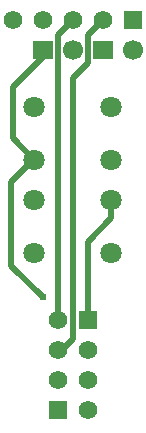
<source format=gbl>
G04 Layer: BottomLayer*
G04 EasyEDA v6.5.39, 2024-01-09 17:58:11*
G04 513add75e8284d268c780af8c863d2b6,7c1e8d740ba24e6f83eb2d53d3341807,10*
G04 Gerber Generator version 0.2*
G04 Scale: 100 percent, Rotated: No, Reflected: No *
G04 Dimensions in millimeters *
G04 leading zeros omitted , absolute positions ,4 integer and 5 decimal *
%FSLAX45Y45*%
%MOMM*%

%AMMACRO1*21,1,$1,$2,0,0,$3*%
%ADD10C,0.5000*%
%ADD11MACRO1,1.5748X1.5748X90.0000*%
%ADD12C,1.5748*%
%ADD13MACRO1,1.5748X1.5748X-90.0000*%
%ADD14R,1.5748X1.5748*%
%ADD15R,1.7000X1.5748*%
%ADD16C,1.7000*%
%ADD17C,1.8000*%
%ADD18C,0.6200*%

%LPD*%
D10*
X0Y1663700D02*
G01*
X-127000Y1536700D01*
X-127000Y-876300D01*
X-254000Y-685800D02*
G01*
X-520700Y-419100D01*
X-520700Y292100D01*
X-339293Y473506D01*
X-324993Y473506D01*
X-324993Y473506D02*
G01*
X-508000Y656513D01*
X-508000Y1092200D01*
X-254000Y1346200D01*
X-254000Y1409700D01*
X254000Y1663700D02*
G01*
X127000Y1536700D01*
X127000Y1295400D01*
X0Y1168400D01*
X0Y-1041400D01*
X-88900Y-1130300D01*
X-127000Y-1130300D01*
X324865Y136144D02*
G01*
X324865Y-18034D01*
X127000Y-215900D01*
X127000Y-876300D01*
D11*
G01*
X-127000Y-1638300D03*
D12*
G01*
X-127000Y-1384300D03*
G01*
X-127000Y-1130300D03*
G01*
X-127000Y-876300D03*
D13*
G01*
X127000Y-876300D03*
D12*
G01*
X127000Y-1130300D03*
G01*
X127000Y-1384300D03*
G01*
X127000Y-1638300D03*
G01*
X-508000Y1663700D03*
G01*
X-254000Y1663700D03*
G01*
X0Y1663700D03*
G01*
X254000Y1663700D03*
D14*
G01*
X508000Y1663700D03*
D15*
G01*
X-254000Y1409700D03*
D16*
G01*
X0Y1409700D03*
D17*
G01*
X-324993Y923493D03*
G01*
X324993Y923493D03*
G01*
X-324993Y473506D03*
G01*
X324993Y473506D03*
G01*
X-324993Y136093D03*
G01*
X324993Y136093D03*
G01*
X-324993Y-313893D03*
G01*
X324993Y-313893D03*
D15*
G01*
X254000Y1409700D03*
D16*
G01*
X508000Y1409700D03*
D18*
G01*
X-254000Y-685800D03*
M02*

</source>
